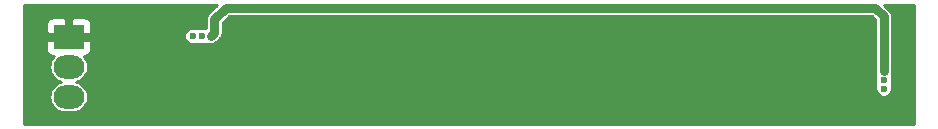
<source format=gbr>
G04 #@! TF.FileFunction,Copper,L2,Bot,Signal*
%FSLAX46Y46*%
G04 Gerber Fmt 4.6, Leading zero omitted, Abs format (unit mm)*
G04 Created by KiCad (PCBNEW 4.0.2-stable) date 11/15/2016 3:30:08 PM*
%MOMM*%
G01*
G04 APERTURE LIST*
%ADD10C,0.100000*%
%ADD11R,2.600000X2.000000*%
%ADD12O,2.600000X2.000000*%
%ADD13C,0.600000*%
%ADD14C,0.750000*%
%ADD15C,0.254000*%
G04 APERTURE END LIST*
D10*
D11*
X130378200Y-89077800D03*
D12*
X130378200Y-91617800D03*
X130378200Y-94157800D03*
D13*
X162966400Y-95237300D03*
X164465000Y-95237300D03*
X163728400Y-95237300D03*
X162966400Y-90157300D03*
X164465000Y-90157300D03*
X163728400Y-90157300D03*
X197205600Y-95250000D03*
X195719700Y-95250000D03*
X196469000Y-95250000D03*
X195719700Y-90170000D03*
X197205600Y-90170000D03*
X196469000Y-90170000D03*
X179349400Y-90157300D03*
X180822600Y-90157300D03*
X180086000Y-90157300D03*
X180822600Y-95237300D03*
X179336700Y-95237300D03*
X180086000Y-95224600D03*
X156349700Y-92240100D03*
X147950000Y-93825000D03*
X134450000Y-91475000D03*
X140881100Y-89027000D03*
X142417800Y-89027000D03*
X141643100Y-89027000D03*
X199390000Y-93472000D03*
X199390000Y-91948000D03*
X199390000Y-92710000D03*
D14*
X143700500Y-86626700D02*
X198653400Y-86626700D01*
X142717799Y-88727001D02*
X142717799Y-87609401D01*
X142417800Y-89027000D02*
X142717799Y-88727001D01*
X142717799Y-87609401D02*
X143700500Y-86626700D01*
X199390000Y-87363300D02*
X199390000Y-91948000D01*
X198653400Y-86626700D02*
X199390000Y-87363300D01*
D15*
G36*
X142221410Y-87113012D02*
X142180242Y-87163130D01*
X142138569Y-87212794D01*
X142136792Y-87216026D01*
X142134447Y-87218881D01*
X142103800Y-87276039D01*
X142072566Y-87332854D01*
X142071449Y-87336375D01*
X142069706Y-87339626D01*
X142050750Y-87401625D01*
X142031139Y-87463447D01*
X142030728Y-87467113D01*
X142029648Y-87470645D01*
X142023094Y-87535172D01*
X142015867Y-87599600D01*
X142015817Y-87606813D01*
X142015803Y-87606950D01*
X142015815Y-87607078D01*
X142015799Y-87609401D01*
X142015799Y-88325000D01*
X140881100Y-88325000D01*
X140744747Y-88338369D01*
X140613589Y-88377969D01*
X140492619Y-88442289D01*
X140386447Y-88528881D01*
X140299116Y-88634447D01*
X140233952Y-88754964D01*
X140193438Y-88885843D01*
X140179117Y-89022099D01*
X140191534Y-89158542D01*
X140230217Y-89289974D01*
X140293691Y-89411389D01*
X140379540Y-89518164D01*
X140484493Y-89606230D01*
X140604553Y-89672233D01*
X140735146Y-89713660D01*
X140871299Y-89728932D01*
X140881100Y-89729000D01*
X142417800Y-89729000D01*
X142482317Y-89722674D01*
X142546934Y-89717021D01*
X142550478Y-89715991D01*
X142554153Y-89715631D01*
X142616228Y-89696889D01*
X142678500Y-89678797D01*
X142681779Y-89677097D01*
X142685311Y-89676031D01*
X142742545Y-89645599D01*
X142800137Y-89615747D01*
X142803022Y-89613444D01*
X142806281Y-89611711D01*
X142856514Y-89570742D01*
X142907211Y-89530271D01*
X142912348Y-89525204D01*
X142912453Y-89525119D01*
X142912533Y-89525022D01*
X142914189Y-89523389D01*
X143214188Y-89223390D01*
X143255338Y-89173294D01*
X143297029Y-89123608D01*
X143298807Y-89120373D01*
X143301151Y-89117520D01*
X143331787Y-89060384D01*
X143363032Y-89003548D01*
X143364149Y-89000027D01*
X143365892Y-88996776D01*
X143384844Y-88934789D01*
X143404459Y-88872955D01*
X143404870Y-88869287D01*
X143405950Y-88865756D01*
X143412504Y-88801235D01*
X143419731Y-88736802D01*
X143419781Y-88729589D01*
X143419795Y-88729452D01*
X143419783Y-88729324D01*
X143419799Y-88727001D01*
X143419799Y-87900179D01*
X143991278Y-87328700D01*
X198362622Y-87328700D01*
X198688000Y-87654078D01*
X198688000Y-93472000D01*
X198701369Y-93608353D01*
X198740969Y-93739511D01*
X198805289Y-93860481D01*
X198891881Y-93966653D01*
X198997447Y-94053984D01*
X199117964Y-94119148D01*
X199248843Y-94159662D01*
X199385099Y-94173983D01*
X199521542Y-94161566D01*
X199652974Y-94122883D01*
X199774389Y-94059409D01*
X199881164Y-93973560D01*
X199969230Y-93868607D01*
X200035233Y-93748547D01*
X200076660Y-93617954D01*
X200091932Y-93481801D01*
X200092000Y-93472000D01*
X200092000Y-87363300D01*
X200085674Y-87298783D01*
X200080021Y-87234166D01*
X200078991Y-87230622D01*
X200078631Y-87226947D01*
X200059889Y-87164872D01*
X200041797Y-87102600D01*
X200040097Y-87099321D01*
X200039031Y-87095789D01*
X200008599Y-87038555D01*
X199978747Y-86980963D01*
X199976444Y-86978078D01*
X199974711Y-86974819D01*
X199933722Y-86924562D01*
X199893271Y-86873890D01*
X199888206Y-86868753D01*
X199888119Y-86868647D01*
X199888021Y-86868566D01*
X199886389Y-86866911D01*
X199421478Y-86402000D01*
X201988000Y-86402000D01*
X201988000Y-96508000D01*
X126592000Y-96508000D01*
X126592000Y-89484550D01*
X128443200Y-89484550D01*
X128443200Y-90140342D01*
X128467603Y-90263023D01*
X128515470Y-90378585D01*
X128584963Y-90482589D01*
X128673411Y-90571037D01*
X128777415Y-90640530D01*
X128892977Y-90688397D01*
X129015658Y-90712800D01*
X129105000Y-90712800D01*
X128970195Y-90875751D01*
X128847016Y-91103567D01*
X128770432Y-91350970D01*
X128743360Y-91608536D01*
X128766833Y-91866455D01*
X128839955Y-92114903D01*
X128959942Y-92344416D01*
X129122223Y-92546253D01*
X129320617Y-92712726D01*
X129547567Y-92837493D01*
X129706808Y-92888007D01*
X129564648Y-92930927D01*
X129335977Y-93052514D01*
X129135278Y-93216200D01*
X128970195Y-93415751D01*
X128847016Y-93643567D01*
X128770432Y-93890970D01*
X128743360Y-94148536D01*
X128766833Y-94406455D01*
X128839955Y-94654903D01*
X128959942Y-94884416D01*
X129122223Y-95086253D01*
X129320617Y-95252726D01*
X129547567Y-95377493D01*
X129794429Y-95455802D01*
X130051800Y-95484671D01*
X130070328Y-95484800D01*
X130686072Y-95484800D01*
X130943821Y-95459527D01*
X131191752Y-95384673D01*
X131420423Y-95263086D01*
X131621122Y-95099400D01*
X131786205Y-94899849D01*
X131909384Y-94672033D01*
X131985968Y-94424630D01*
X132013040Y-94167064D01*
X131989567Y-93909145D01*
X131916445Y-93660697D01*
X131796458Y-93431184D01*
X131634177Y-93229347D01*
X131435783Y-93062874D01*
X131208833Y-92938107D01*
X131049592Y-92887593D01*
X131191752Y-92844673D01*
X131420423Y-92723086D01*
X131621122Y-92559400D01*
X131786205Y-92359849D01*
X131909384Y-92132033D01*
X131985968Y-91884630D01*
X132013040Y-91627064D01*
X131989567Y-91369145D01*
X131916445Y-91120697D01*
X131796458Y-90891184D01*
X131653034Y-90712800D01*
X131740742Y-90712800D01*
X131863423Y-90688397D01*
X131978985Y-90640530D01*
X132082989Y-90571037D01*
X132171437Y-90482589D01*
X132240930Y-90378585D01*
X132288797Y-90263023D01*
X132313200Y-90140342D01*
X132313200Y-89484550D01*
X132154450Y-89325800D01*
X130626200Y-89325800D01*
X130626200Y-89345800D01*
X130130200Y-89345800D01*
X130130200Y-89325800D01*
X128601950Y-89325800D01*
X128443200Y-89484550D01*
X126592000Y-89484550D01*
X126592000Y-88015258D01*
X128443200Y-88015258D01*
X128443200Y-88671050D01*
X128601950Y-88829800D01*
X130130200Y-88829800D01*
X130130200Y-87601550D01*
X130626200Y-87601550D01*
X130626200Y-88829800D01*
X132154450Y-88829800D01*
X132313200Y-88671050D01*
X132313200Y-88015258D01*
X132288797Y-87892577D01*
X132240930Y-87777015D01*
X132171437Y-87673011D01*
X132082989Y-87584563D01*
X131978985Y-87515070D01*
X131863423Y-87467203D01*
X131740742Y-87442800D01*
X130784950Y-87442800D01*
X130626200Y-87601550D01*
X130130200Y-87601550D01*
X129971450Y-87442800D01*
X129015658Y-87442800D01*
X128892977Y-87467203D01*
X128777415Y-87515070D01*
X128673411Y-87584563D01*
X128584963Y-87673011D01*
X128515470Y-87777015D01*
X128467603Y-87892577D01*
X128443200Y-88015258D01*
X126592000Y-88015258D01*
X126592000Y-86402000D01*
X142932422Y-86402000D01*
X142221410Y-87113012D01*
X142221410Y-87113012D01*
G37*
X142221410Y-87113012D02*
X142180242Y-87163130D01*
X142138569Y-87212794D01*
X142136792Y-87216026D01*
X142134447Y-87218881D01*
X142103800Y-87276039D01*
X142072566Y-87332854D01*
X142071449Y-87336375D01*
X142069706Y-87339626D01*
X142050750Y-87401625D01*
X142031139Y-87463447D01*
X142030728Y-87467113D01*
X142029648Y-87470645D01*
X142023094Y-87535172D01*
X142015867Y-87599600D01*
X142015817Y-87606813D01*
X142015803Y-87606950D01*
X142015815Y-87607078D01*
X142015799Y-87609401D01*
X142015799Y-88325000D01*
X140881100Y-88325000D01*
X140744747Y-88338369D01*
X140613589Y-88377969D01*
X140492619Y-88442289D01*
X140386447Y-88528881D01*
X140299116Y-88634447D01*
X140233952Y-88754964D01*
X140193438Y-88885843D01*
X140179117Y-89022099D01*
X140191534Y-89158542D01*
X140230217Y-89289974D01*
X140293691Y-89411389D01*
X140379540Y-89518164D01*
X140484493Y-89606230D01*
X140604553Y-89672233D01*
X140735146Y-89713660D01*
X140871299Y-89728932D01*
X140881100Y-89729000D01*
X142417800Y-89729000D01*
X142482317Y-89722674D01*
X142546934Y-89717021D01*
X142550478Y-89715991D01*
X142554153Y-89715631D01*
X142616228Y-89696889D01*
X142678500Y-89678797D01*
X142681779Y-89677097D01*
X142685311Y-89676031D01*
X142742545Y-89645599D01*
X142800137Y-89615747D01*
X142803022Y-89613444D01*
X142806281Y-89611711D01*
X142856514Y-89570742D01*
X142907211Y-89530271D01*
X142912348Y-89525204D01*
X142912453Y-89525119D01*
X142912533Y-89525022D01*
X142914189Y-89523389D01*
X143214188Y-89223390D01*
X143255338Y-89173294D01*
X143297029Y-89123608D01*
X143298807Y-89120373D01*
X143301151Y-89117520D01*
X143331787Y-89060384D01*
X143363032Y-89003548D01*
X143364149Y-89000027D01*
X143365892Y-88996776D01*
X143384844Y-88934789D01*
X143404459Y-88872955D01*
X143404870Y-88869287D01*
X143405950Y-88865756D01*
X143412504Y-88801235D01*
X143419731Y-88736802D01*
X143419781Y-88729589D01*
X143419795Y-88729452D01*
X143419783Y-88729324D01*
X143419799Y-88727001D01*
X143419799Y-87900179D01*
X143991278Y-87328700D01*
X198362622Y-87328700D01*
X198688000Y-87654078D01*
X198688000Y-93472000D01*
X198701369Y-93608353D01*
X198740969Y-93739511D01*
X198805289Y-93860481D01*
X198891881Y-93966653D01*
X198997447Y-94053984D01*
X199117964Y-94119148D01*
X199248843Y-94159662D01*
X199385099Y-94173983D01*
X199521542Y-94161566D01*
X199652974Y-94122883D01*
X199774389Y-94059409D01*
X199881164Y-93973560D01*
X199969230Y-93868607D01*
X200035233Y-93748547D01*
X200076660Y-93617954D01*
X200091932Y-93481801D01*
X200092000Y-93472000D01*
X200092000Y-87363300D01*
X200085674Y-87298783D01*
X200080021Y-87234166D01*
X200078991Y-87230622D01*
X200078631Y-87226947D01*
X200059889Y-87164872D01*
X200041797Y-87102600D01*
X200040097Y-87099321D01*
X200039031Y-87095789D01*
X200008599Y-87038555D01*
X199978747Y-86980963D01*
X199976444Y-86978078D01*
X199974711Y-86974819D01*
X199933722Y-86924562D01*
X199893271Y-86873890D01*
X199888206Y-86868753D01*
X199888119Y-86868647D01*
X199888021Y-86868566D01*
X199886389Y-86866911D01*
X199421478Y-86402000D01*
X201988000Y-86402000D01*
X201988000Y-96508000D01*
X126592000Y-96508000D01*
X126592000Y-89484550D01*
X128443200Y-89484550D01*
X128443200Y-90140342D01*
X128467603Y-90263023D01*
X128515470Y-90378585D01*
X128584963Y-90482589D01*
X128673411Y-90571037D01*
X128777415Y-90640530D01*
X128892977Y-90688397D01*
X129015658Y-90712800D01*
X129105000Y-90712800D01*
X128970195Y-90875751D01*
X128847016Y-91103567D01*
X128770432Y-91350970D01*
X128743360Y-91608536D01*
X128766833Y-91866455D01*
X128839955Y-92114903D01*
X128959942Y-92344416D01*
X129122223Y-92546253D01*
X129320617Y-92712726D01*
X129547567Y-92837493D01*
X129706808Y-92888007D01*
X129564648Y-92930927D01*
X129335977Y-93052514D01*
X129135278Y-93216200D01*
X128970195Y-93415751D01*
X128847016Y-93643567D01*
X128770432Y-93890970D01*
X128743360Y-94148536D01*
X128766833Y-94406455D01*
X128839955Y-94654903D01*
X128959942Y-94884416D01*
X129122223Y-95086253D01*
X129320617Y-95252726D01*
X129547567Y-95377493D01*
X129794429Y-95455802D01*
X130051800Y-95484671D01*
X130070328Y-95484800D01*
X130686072Y-95484800D01*
X130943821Y-95459527D01*
X131191752Y-95384673D01*
X131420423Y-95263086D01*
X131621122Y-95099400D01*
X131786205Y-94899849D01*
X131909384Y-94672033D01*
X131985968Y-94424630D01*
X132013040Y-94167064D01*
X131989567Y-93909145D01*
X131916445Y-93660697D01*
X131796458Y-93431184D01*
X131634177Y-93229347D01*
X131435783Y-93062874D01*
X131208833Y-92938107D01*
X131049592Y-92887593D01*
X131191752Y-92844673D01*
X131420423Y-92723086D01*
X131621122Y-92559400D01*
X131786205Y-92359849D01*
X131909384Y-92132033D01*
X131985968Y-91884630D01*
X132013040Y-91627064D01*
X131989567Y-91369145D01*
X131916445Y-91120697D01*
X131796458Y-90891184D01*
X131653034Y-90712800D01*
X131740742Y-90712800D01*
X131863423Y-90688397D01*
X131978985Y-90640530D01*
X132082989Y-90571037D01*
X132171437Y-90482589D01*
X132240930Y-90378585D01*
X132288797Y-90263023D01*
X132313200Y-90140342D01*
X132313200Y-89484550D01*
X132154450Y-89325800D01*
X130626200Y-89325800D01*
X130626200Y-89345800D01*
X130130200Y-89345800D01*
X130130200Y-89325800D01*
X128601950Y-89325800D01*
X128443200Y-89484550D01*
X126592000Y-89484550D01*
X126592000Y-88015258D01*
X128443200Y-88015258D01*
X128443200Y-88671050D01*
X128601950Y-88829800D01*
X130130200Y-88829800D01*
X130130200Y-87601550D01*
X130626200Y-87601550D01*
X130626200Y-88829800D01*
X132154450Y-88829800D01*
X132313200Y-88671050D01*
X132313200Y-88015258D01*
X132288797Y-87892577D01*
X132240930Y-87777015D01*
X132171437Y-87673011D01*
X132082989Y-87584563D01*
X131978985Y-87515070D01*
X131863423Y-87467203D01*
X131740742Y-87442800D01*
X130784950Y-87442800D01*
X130626200Y-87601550D01*
X130130200Y-87601550D01*
X129971450Y-87442800D01*
X129015658Y-87442800D01*
X128892977Y-87467203D01*
X128777415Y-87515070D01*
X128673411Y-87584563D01*
X128584963Y-87673011D01*
X128515470Y-87777015D01*
X128467603Y-87892577D01*
X128443200Y-88015258D01*
X126592000Y-88015258D01*
X126592000Y-86402000D01*
X142932422Y-86402000D01*
X142221410Y-87113012D01*
M02*

</source>
